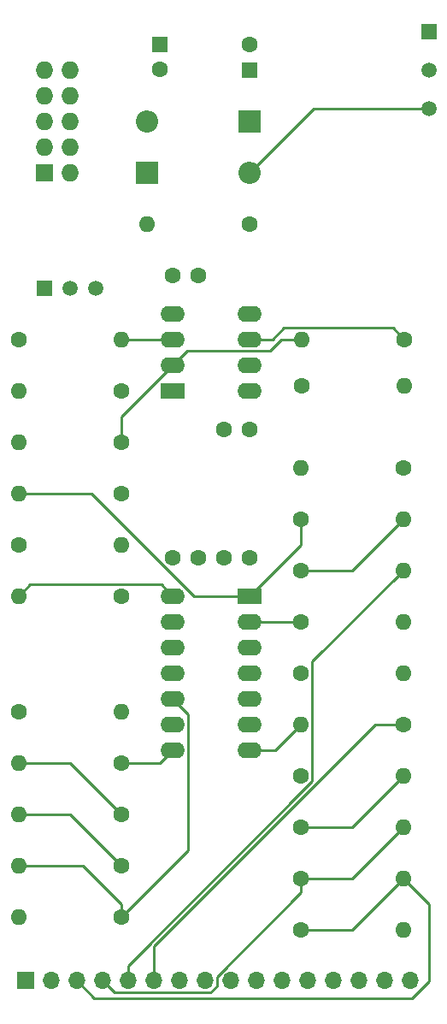
<source format=gbl>
G04 #@! TF.GenerationSoftware,KiCad,Pcbnew,6.0.1-79c1e3a40b~116~ubuntu20.04.1*
G04 #@! TF.CreationDate,2022-01-29T19:42:55-05:00*
G04 #@! TF.ProjectId,attenuverters_back,61747465-6e75-4766-9572-746572735f62,rev?*
G04 #@! TF.SameCoordinates,Original*
G04 #@! TF.FileFunction,Copper,L2,Bot*
G04 #@! TF.FilePolarity,Positive*
%FSLAX46Y46*%
G04 Gerber Fmt 4.6, Leading zero omitted, Abs format (unit mm)*
G04 Created by KiCad (PCBNEW 6.0.1-79c1e3a40b~116~ubuntu20.04.1) date 2022-01-29 19:42:55*
%MOMM*%
%LPD*%
G01*
G04 APERTURE LIST*
G04 #@! TA.AperFunction,ComponentPad*
%ADD10R,1.700000X1.700000*%
G04 #@! TD*
G04 #@! TA.AperFunction,ComponentPad*
%ADD11O,1.700000X1.700000*%
G04 #@! TD*
G04 #@! TA.AperFunction,ComponentPad*
%ADD12C,1.600000*%
G04 #@! TD*
G04 #@! TA.AperFunction,ComponentPad*
%ADD13O,1.600000X1.600000*%
G04 #@! TD*
G04 #@! TA.AperFunction,ComponentPad*
%ADD14R,1.600000X1.600000*%
G04 #@! TD*
G04 #@! TA.AperFunction,ComponentPad*
%ADD15C,1.500000*%
G04 #@! TD*
G04 #@! TA.AperFunction,ComponentPad*
%ADD16R,1.727200X1.727200*%
G04 #@! TD*
G04 #@! TA.AperFunction,ComponentPad*
%ADD17O,1.727200X1.727200*%
G04 #@! TD*
G04 #@! TA.AperFunction,ComponentPad*
%ADD18R,2.200000X2.200000*%
G04 #@! TD*
G04 #@! TA.AperFunction,ComponentPad*
%ADD19O,2.200000X2.200000*%
G04 #@! TD*
G04 #@! TA.AperFunction,ComponentPad*
%ADD20R,2.400000X1.600000*%
G04 #@! TD*
G04 #@! TA.AperFunction,ComponentPad*
%ADD21O,2.400000X1.600000*%
G04 #@! TD*
G04 #@! TA.AperFunction,ComponentPad*
%ADD22R,1.500000X1.500000*%
G04 #@! TD*
G04 #@! TA.AperFunction,Conductor*
%ADD23C,0.250000*%
G04 #@! TD*
G04 APERTURE END LIST*
D10*
G04 #@! TO.P,J1,1,Pin_1*
G04 #@! TO.N,Board_0-GND*
X131499999Y-145999999D03*
D11*
G04 #@! TO.P,J1,2,Pin_2*
G04 #@! TO.N,Board_0-10V_REF*
X134039999Y-145999999D03*
G04 #@! TO.P,J1,3,Pin_3*
G04 #@! TO.N,Board_0-NONINV1*
X136579999Y-145999999D03*
G04 #@! TO.P,J1,4,Pin_4*
G04 #@! TO.N,Board_0-INV1*
X139119999Y-145999999D03*
G04 #@! TO.P,J1,5,Pin_5*
G04 #@! TO.N,Board_0-SUM1*
X141659999Y-145999999D03*
G04 #@! TO.P,J1,6,Pin_6*
G04 #@! TO.N,Board_0-OUT1*
X144199999Y-145999999D03*
G04 #@! TO.P,J1,7,Pin_7*
G04 #@! TO.N,Board_0-NONINV2*
X146739999Y-145999999D03*
G04 #@! TO.P,J1,8,Pin_8*
G04 #@! TO.N,Board_0-INV2*
X149279999Y-145999999D03*
G04 #@! TO.P,J1,9,Pin_9*
G04 #@! TO.N,Board_0-OUTSUM*
X151819999Y-145999999D03*
G04 #@! TO.P,J1,10,Pin_10*
G04 #@! TO.N,Board_0-SUM2*
X154359999Y-145999999D03*
G04 #@! TO.P,J1,11,Pin_11*
G04 #@! TO.N,Board_0-OUT2*
X156899999Y-145999999D03*
G04 #@! TO.P,J1,12,Pin_12*
G04 #@! TO.N,Board_0-SUM3*
X159439999Y-145999999D03*
G04 #@! TO.P,J1,13,Pin_13*
G04 #@! TO.N,Board_0-OUT3*
X161979999Y-145999999D03*
G04 #@! TO.P,J1,14,Pin_14*
G04 #@! TO.N,Board_0-OUT~{SUM}*
X164519999Y-145999999D03*
G04 #@! TO.P,J1,15,Pin_15*
G04 #@! TO.N,Board_0-NONINV3*
X167059999Y-145999999D03*
G04 #@! TO.P,J1,16,Pin_16*
G04 #@! TO.N,Board_0-INV3*
X169599999Y-145999999D03*
G04 #@! TD*
D12*
G04 #@! TO.P,R20,1*
G04 #@! TO.N,Board_0-Net-(R20-Pad1)*
X140999999Y-97769999D03*
D13*
G04 #@! TO.P,R20,2*
G04 #@! TO.N,Board_0-Net-(R19-Pad1)*
X130839999Y-97769999D03*
G04 #@! TD*
D12*
G04 #@! TO.P,R4,1*
G04 #@! TO.N,Board_0-NONINV2*
X140999999Y-139679999D03*
D13*
G04 #@! TO.P,R4,2*
G04 #@! TO.N,Board_0-GND*
X130839999Y-139679999D03*
G04 #@! TD*
D12*
G04 #@! TO.P,R11,1*
G04 #@! TO.N,Board_0-Net-(R10-Pad1)*
X158779999Y-110469999D03*
D13*
G04 #@! TO.P,R11,2*
G04 #@! TO.N,Board_0-SUM2*
X168939999Y-110469999D03*
G04 #@! TD*
D12*
G04 #@! TO.P,R1,1*
G04 #@! TO.N,Board_0-INV1*
X158779999Y-135869999D03*
D13*
G04 #@! TO.P,R1,2*
G04 #@! TO.N,Board_0-NONINV1*
X168939999Y-135869999D03*
G04 #@! TD*
D12*
G04 #@! TO.P,R10,1*
G04 #@! TO.N,Board_0-Net-(R10-Pad1)*
X158779999Y-105389999D03*
D13*
G04 #@! TO.P,R10,2*
G04 #@! TO.N,Board_0-SUM1*
X168939999Y-105389999D03*
G04 #@! TD*
D12*
G04 #@! TO.P,R19,1*
G04 #@! TO.N,Board_0-Net-(R19-Pad1)*
X158779999Y-100309999D03*
D13*
G04 #@! TO.P,R19,2*
G04 #@! TO.N,Board_0-Net-(R10-Pad1)*
X168939999Y-100309999D03*
G04 #@! TD*
D12*
G04 #@! TO.P,R23,1*
G04 #@! TO.N,Board_0-OUT~{SUM}*
X168939999Y-95229999D03*
D13*
G04 #@! TO.P,R23,2*
G04 #@! TO.N,Board_0-Net-(R19-Pad1)*
X158779999Y-95229999D03*
G04 #@! TD*
D14*
G04 #@! TO.P,C1,1*
G04 #@! TO.N,Board_0-+12V*
X153699999Y-55859999D03*
D12*
G04 #@! TO.P,C1,2*
G04 #@! TO.N,Board_0-GND*
X153699999Y-53359999D03*
G04 #@! TD*
G04 #@! TO.P,R24,1*
G04 #@! TO.N,Board_0-+12V*
X153699999Y-71099999D03*
D13*
G04 #@! TO.P,R24,2*
G04 #@! TO.N,Board_0-10V_REF*
X143539999Y-71099999D03*
G04 #@! TD*
D12*
G04 #@! TO.P,R6,1*
G04 #@! TO.N,Board_0-NONINV3*
X140999999Y-87609999D03*
D13*
G04 #@! TO.P,R6,2*
G04 #@! TO.N,Board_0-GND*
X130839999Y-87609999D03*
G04 #@! TD*
D15*
G04 #@! TO.P,TP2,1,1*
G04 #@! TO.N,Board_0-+12V*
X171479999Y-55859999D03*
G04 #@! TD*
D12*
G04 #@! TO.P,R2,1*
G04 #@! TO.N,Board_0-NONINV1*
X158779999Y-140949999D03*
D13*
G04 #@! TO.P,R2,2*
G04 #@! TO.N,Board_0-GND*
X168939999Y-140949999D03*
G04 #@! TD*
D12*
G04 #@! TO.P,R14,1*
G04 #@! TO.N,Board_0-Net-(R14-Pad1)*
X140999999Y-124439999D03*
D13*
G04 #@! TO.P,R14,2*
G04 #@! TO.N,Board_0-Net-(R14-Pad2)*
X130839999Y-124439999D03*
G04 #@! TD*
D16*
G04 #@! TO.P,J7,1,-12V*
G04 #@! TO.N,Board_0-/-12_IN*
X133379999Y-66019999D03*
D17*
G04 #@! TO.P,J7,2,-12V*
X135919999Y-66019999D03*
G04 #@! TO.P,J7,3,GND*
G04 #@! TO.N,Board_0-GND*
X133379999Y-63479999D03*
G04 #@! TO.P,J7,4,GND*
X135919999Y-63479999D03*
G04 #@! TO.P,J7,5,GND*
X133379999Y-60939999D03*
G04 #@! TO.P,J7,6,GND*
X135919999Y-60939999D03*
G04 #@! TO.P,J7,7,GND*
X133379999Y-58399999D03*
G04 #@! TO.P,J7,8,GND*
X135919999Y-58399999D03*
G04 #@! TO.P,J7,9,+12V*
G04 #@! TO.N,Board_0-/+12_IN*
X133379999Y-55859999D03*
G04 #@! TO.P,J7,10,+12V*
X135919999Y-55859999D03*
G04 #@! TD*
D12*
G04 #@! TO.P,C6,1*
G04 #@! TO.N,Board_0-GND*
X148619999Y-76179999D03*
G04 #@! TO.P,C6,2*
G04 #@! TO.N,Board_0--12V*
X146119999Y-76179999D03*
G04 #@! TD*
D18*
G04 #@! TO.P,D1,1,K*
G04 #@! TO.N,Board_0-+12V*
X153699999Y-60939999D03*
D19*
G04 #@! TO.P,D1,2,A*
G04 #@! TO.N,Board_0-/+12_IN*
X143539999Y-60939999D03*
G04 #@! TD*
D12*
G04 #@! TO.P,R9,1*
G04 #@! TO.N,Board_0-Net-(R15-Pad2)*
X140999999Y-92689999D03*
D13*
G04 #@! TO.P,R9,2*
G04 #@! TO.N,Board_0-INV3*
X130839999Y-92689999D03*
G04 #@! TD*
D12*
G04 #@! TO.P,R5,1*
G04 #@! TO.N,Board_0-INV3*
X130839999Y-82529999D03*
D13*
G04 #@! TO.P,R5,2*
G04 #@! TO.N,Board_0-NONINV3*
X140999999Y-82529999D03*
G04 #@! TD*
D12*
G04 #@! TO.P,R3,1*
G04 #@! TO.N,Board_0-INV2*
X140999999Y-134599999D03*
D13*
G04 #@! TO.P,R3,2*
G04 #@! TO.N,Board_0-NONINV2*
X130839999Y-134599999D03*
G04 #@! TD*
D20*
G04 #@! TO.P,U2,1,NULL*
G04 #@! TO.N,Board_0-unconnected-(U2-Pad1)*
X146079999Y-87609999D03*
D21*
G04 #@! TO.P,U2,2,-*
G04 #@! TO.N,Board_0-Net-(R15-Pad2)*
X146079999Y-85069999D03*
G04 #@! TO.P,U2,3,+*
G04 #@! TO.N,Board_0-NONINV3*
X146079999Y-82529999D03*
G04 #@! TO.P,U2,4,V-*
G04 #@! TO.N,Board_0--12V*
X146079999Y-79989999D03*
G04 #@! TO.P,U2,5,NULL*
G04 #@! TO.N,Board_0-unconnected-(U2-Pad5)*
X153699999Y-79989999D03*
G04 #@! TO.P,U2,6*
G04 #@! TO.N,Board_0-Net-(R15-Pad1)*
X153699999Y-82529999D03*
G04 #@! TO.P,U2,7,V+*
G04 #@! TO.N,Board_0-+12V*
X153699999Y-85069999D03*
G04 #@! TO.P,U2,8,NC*
G04 #@! TO.N,Board_0-unconnected-(U2-Pad8)*
X153699999Y-87609999D03*
G04 #@! TD*
D12*
G04 #@! TO.P,R7,1*
G04 #@! TO.N,Board_0-Net-(R13-Pad2)*
X158779999Y-130789999D03*
D13*
G04 #@! TO.P,R7,2*
G04 #@! TO.N,Board_0-INV1*
X168939999Y-130789999D03*
G04 #@! TD*
D14*
G04 #@! TO.P,C2,1*
G04 #@! TO.N,Board_0-GND*
X144809999Y-53319999D03*
D12*
G04 #@! TO.P,C2,2*
G04 #@! TO.N,Board_0--12V*
X144809999Y-55819999D03*
G04 #@! TD*
G04 #@! TO.P,C4,1*
G04 #@! TO.N,Board_0-GND*
X148619999Y-104119999D03*
G04 #@! TO.P,C4,2*
G04 #@! TO.N,Board_0--12V*
X146119999Y-104119999D03*
G04 #@! TD*
D18*
G04 #@! TO.P,D2,1,K*
G04 #@! TO.N,Board_0-/-12_IN*
X143539999Y-66019999D03*
D19*
G04 #@! TO.P,D2,2,A*
G04 #@! TO.N,Board_0--12V*
X153699999Y-66019999D03*
G04 #@! TD*
D12*
G04 #@! TO.P,R17,1*
G04 #@! TO.N,Board_0-OUT2*
X130839999Y-119359999D03*
D13*
G04 #@! TO.P,R17,2*
G04 #@! TO.N,Board_0-Net-(R14-Pad1)*
X140999999Y-119359999D03*
G04 #@! TD*
D12*
G04 #@! TO.P,R12,1*
G04 #@! TO.N,Board_0-Net-(R10-Pad1)*
X158779999Y-115549999D03*
D13*
G04 #@! TO.P,R12,2*
G04 #@! TO.N,Board_0-SUM3*
X168939999Y-115549999D03*
G04 #@! TD*
D12*
G04 #@! TO.P,R22,1*
G04 #@! TO.N,Board_0-OUTSUM*
X140999999Y-107929999D03*
D13*
G04 #@! TO.P,R22,2*
G04 #@! TO.N,Board_0-Net-(R21-Pad1)*
X130839999Y-107929999D03*
G04 #@! TD*
D22*
G04 #@! TO.P,TP1,1,1*
G04 #@! TO.N,Board_0-GND*
X171479999Y-52049999D03*
G04 #@! TD*
D12*
G04 #@! TO.P,R8,1*
G04 #@! TO.N,Board_0-Net-(R14-Pad2)*
X140999999Y-129519999D03*
D13*
G04 #@! TO.P,R8,2*
G04 #@! TO.N,Board_0-INV2*
X130839999Y-129519999D03*
G04 #@! TD*
D12*
G04 #@! TO.P,R15,1*
G04 #@! TO.N,Board_0-Net-(R15-Pad1)*
X169066999Y-82529999D03*
D13*
G04 #@! TO.P,R15,2*
G04 #@! TO.N,Board_0-Net-(R15-Pad2)*
X158906999Y-82529999D03*
G04 #@! TD*
D12*
G04 #@! TO.P,C3,1*
G04 #@! TO.N,Board_0-+12V*
X153699999Y-104119999D03*
G04 #@! TO.P,C3,2*
G04 #@! TO.N,Board_0-GND*
X151199999Y-104119999D03*
G04 #@! TD*
G04 #@! TO.P,R13,1*
G04 #@! TO.N,Board_0-Net-(R13-Pad1)*
X158779999Y-125709999D03*
D13*
G04 #@! TO.P,R13,2*
G04 #@! TO.N,Board_0-Net-(R13-Pad2)*
X168939999Y-125709999D03*
G04 #@! TD*
D12*
G04 #@! TO.P,R16,1*
G04 #@! TO.N,Board_0-OUT1*
X168939999Y-120629999D03*
D13*
G04 #@! TO.P,R16,2*
G04 #@! TO.N,Board_0-Net-(R13-Pad1)*
X158779999Y-120629999D03*
G04 #@! TD*
D22*
G04 #@! TO.P,U3,1*
G04 #@! TO.N,N/C*
X133379999Y-77449999D03*
D15*
G04 #@! TO.P,U3,2,K*
G04 #@! TO.N,Board_0-10V_REF*
X135919999Y-77449999D03*
G04 #@! TO.P,U3,3,A*
G04 #@! TO.N,Board_0-GND*
X138459999Y-77449999D03*
G04 #@! TD*
G04 #@! TO.P,TP3,1,1*
G04 #@! TO.N,Board_0--12V*
X171479999Y-59669999D03*
G04 #@! TD*
D20*
G04 #@! TO.P,U1,1*
G04 #@! TO.N,Board_0-Net-(R19-Pad1)*
X153699999Y-107929999D03*
D21*
G04 #@! TO.P,U1,2,-*
G04 #@! TO.N,Board_0-Net-(R10-Pad1)*
X153699999Y-110469999D03*
G04 #@! TO.P,U1,3,+*
G04 #@! TO.N,Board_0-GND*
X153699999Y-113009999D03*
G04 #@! TO.P,U1,4,V+*
G04 #@! TO.N,Board_0-+12V*
X153699999Y-115549999D03*
G04 #@! TO.P,U1,5,+*
G04 #@! TO.N,Board_0-NONINV1*
X153699999Y-118089999D03*
G04 #@! TO.P,U1,6,-*
G04 #@! TO.N,Board_0-Net-(R13-Pad2)*
X153699999Y-120629999D03*
G04 #@! TO.P,U1,7*
G04 #@! TO.N,Board_0-Net-(R13-Pad1)*
X153699999Y-123169999D03*
G04 #@! TO.P,U1,8*
G04 #@! TO.N,Board_0-Net-(R14-Pad1)*
X146079999Y-123169999D03*
G04 #@! TO.P,U1,9,-*
G04 #@! TO.N,Board_0-Net-(R14-Pad2)*
X146079999Y-120629999D03*
G04 #@! TO.P,U1,10,+*
G04 #@! TO.N,Board_0-NONINV2*
X146079999Y-118089999D03*
G04 #@! TO.P,U1,11,V-*
G04 #@! TO.N,Board_0--12V*
X146079999Y-115549999D03*
G04 #@! TO.P,U1,12,+*
G04 #@! TO.N,Board_0-GND*
X146079999Y-113009999D03*
G04 #@! TO.P,U1,13,-*
G04 #@! TO.N,Board_0-Net-(R20-Pad1)*
X146079999Y-110469999D03*
G04 #@! TO.P,U1,14*
G04 #@! TO.N,Board_0-Net-(R21-Pad1)*
X146079999Y-107929999D03*
G04 #@! TD*
D12*
G04 #@! TO.P,R21,1*
G04 #@! TO.N,Board_0-Net-(R21-Pad1)*
X130839999Y-102849999D03*
D13*
G04 #@! TO.P,R21,2*
G04 #@! TO.N,Board_0-Net-(R20-Pad1)*
X140999999Y-102849999D03*
G04 #@! TD*
D12*
G04 #@! TO.P,R18,1*
G04 #@! TO.N,Board_0-OUT3*
X158906999Y-87101999D03*
D13*
G04 #@! TO.P,R18,2*
G04 #@! TO.N,Board_0-Net-(R15-Pad1)*
X169066999Y-87101999D03*
G04 #@! TD*
D12*
G04 #@! TO.P,C5,1*
G04 #@! TO.N,Board_0-+12V*
X153699999Y-91419999D03*
G04 #@! TO.P,C5,2*
G04 #@! TO.N,Board_0-GND*
X151199999Y-91419999D03*
G04 #@! TD*
D23*
G04 #@! TO.N,Board_0--12V*
X171479999Y-59669999D02*
X160049999Y-59669999D01*
X160049999Y-59669999D02*
X153699999Y-66019999D01*
G04 #@! TO.N,Board_0-INV1*
X142224000Y-147175000D02*
X142226001Y-147172999D01*
X143633997Y-147172999D02*
X143635998Y-147175000D01*
X147306001Y-147172999D02*
X148713997Y-147172999D01*
X144764000Y-147175000D02*
X144766001Y-147172999D01*
X144766001Y-147172999D02*
X146173997Y-147172999D01*
X143635998Y-147175000D02*
X144764000Y-147175000D01*
X150455000Y-145591998D02*
X158779999Y-137266999D01*
X147304000Y-147175000D02*
X147306001Y-147172999D01*
X140292999Y-147172999D02*
X141093997Y-147172999D01*
X149844000Y-147175000D02*
X150455000Y-146564000D01*
X146175998Y-147175000D02*
X147304000Y-147175000D01*
X141095998Y-147175000D02*
X142224000Y-147175000D01*
X146173997Y-147172999D02*
X146175998Y-147175000D01*
X158779999Y-137266999D02*
X158779999Y-135869999D01*
X139119999Y-145999999D02*
X140292999Y-147172999D01*
X141093997Y-147172999D02*
X141095998Y-147175000D01*
X148713997Y-147172999D02*
X148715998Y-147175000D01*
X148715998Y-147175000D02*
X149844000Y-147175000D01*
X158779999Y-135869999D02*
X163859999Y-135869999D01*
X150455000Y-146564000D02*
X150455000Y-145591998D01*
X142226001Y-147172999D02*
X143633997Y-147172999D01*
X163859999Y-135869999D02*
X168939999Y-130789999D01*
G04 #@! TO.N,Board_0-INV2*
X135919999Y-129519999D02*
X140999999Y-134599999D01*
X130839999Y-129519999D02*
X135919999Y-129519999D01*
G04 #@! TO.N,Board_0-NONINV1*
X171479999Y-146029999D02*
X171479999Y-138409999D01*
X138330010Y-147750010D02*
X169759988Y-147750010D01*
X163859999Y-140949999D02*
X168939999Y-135869999D01*
X171479999Y-138409999D02*
X168939999Y-135869999D01*
X158779999Y-140949999D02*
X163859999Y-140949999D01*
X169759988Y-147750010D02*
X171479999Y-146029999D01*
X136579999Y-145999999D02*
X138330010Y-147750010D01*
G04 #@! TO.N,Board_0-NONINV2*
X130839999Y-134599999D02*
X137189999Y-134599999D01*
X146079999Y-118089999D02*
X147605009Y-119615009D01*
X147605009Y-133074989D02*
X140999999Y-139679999D01*
X137189999Y-134599999D02*
X140999999Y-138409999D01*
X147605009Y-119615009D02*
X147605009Y-133074989D01*
X140999999Y-139679999D02*
X140999999Y-138409999D01*
G04 #@! TO.N,Board_0-NONINV3*
X140999999Y-82529999D02*
X146079999Y-82529999D01*
G04 #@! TO.N,Board_0-Net-(R10-Pad1)*
X153699999Y-110469999D02*
X158779999Y-110469999D01*
X163859999Y-105389999D02*
X168939999Y-100309999D01*
X158779999Y-105389999D02*
X163859999Y-105389999D01*
G04 #@! TO.N,Board_0-Net-(R13-Pad1)*
X153699999Y-123169999D02*
X156239999Y-123169999D01*
X156239999Y-123169999D02*
X158779999Y-120629999D01*
G04 #@! TO.N,Board_0-Net-(R13-Pad2)*
X163859999Y-130789999D02*
X168939999Y-125709999D01*
X158779999Y-130789999D02*
X163859999Y-130789999D01*
G04 #@! TO.N,Board_0-Net-(R14-Pad1)*
X144809999Y-124439999D02*
X146079999Y-123169999D01*
X140999999Y-124439999D02*
X144809999Y-124439999D01*
G04 #@! TO.N,Board_0-Net-(R14-Pad2)*
X135919999Y-124439999D02*
X140999999Y-129519999D01*
X130839999Y-124439999D02*
X135919999Y-124439999D01*
G04 #@! TO.N,Board_0-Net-(R15-Pad1)*
X153699999Y-82529999D02*
X155985999Y-82529999D01*
X167941998Y-81404998D02*
X169066999Y-82529999D01*
X155985999Y-82529999D02*
X157111000Y-81404998D01*
X157111000Y-81404998D02*
X167941998Y-81404998D01*
G04 #@! TO.N,Board_0-Net-(R15-Pad2)*
X147494989Y-83655009D02*
X146079999Y-85069999D01*
X155749989Y-83655009D02*
X147494989Y-83655009D01*
X156874999Y-82529999D02*
X155749989Y-83655009D01*
X158906999Y-82529999D02*
X156874999Y-82529999D01*
X140999999Y-92689999D02*
X140999999Y-90149999D01*
X140999999Y-90149999D02*
X146079999Y-85069999D01*
G04 #@! TO.N,Board_0-Net-(R19-Pad1)*
X138030997Y-97769999D02*
X148190997Y-107929999D01*
X158779999Y-102849999D02*
X158779999Y-100309999D01*
X153699999Y-107929999D02*
X158779999Y-102849999D01*
X130839999Y-97769999D02*
X138030997Y-97769999D01*
X148190997Y-107929999D02*
X153699999Y-107929999D01*
G04 #@! TO.N,Board_0-Net-(R21-Pad1)*
X144954998Y-106804998D02*
X146079999Y-107929999D01*
X130839999Y-107929999D02*
X131965000Y-106804998D01*
X131965000Y-106804998D02*
X144954998Y-106804998D01*
G04 #@! TO.N,Board_0-OUT1*
X144199999Y-142591412D02*
X166161412Y-120629999D01*
X144199999Y-145999999D02*
X144199999Y-142591412D01*
X166161412Y-120629999D02*
X168939999Y-120629999D01*
G04 #@! TO.N,Board_0-SUM1*
X159905000Y-126250001D02*
X159905000Y-114424998D01*
X141659999Y-144495002D02*
X159905000Y-126250001D01*
X159905000Y-114424998D02*
X168939999Y-105389999D01*
X141659999Y-145999999D02*
X141659999Y-144495002D01*
G04 #@! TD*
M02*

</source>
